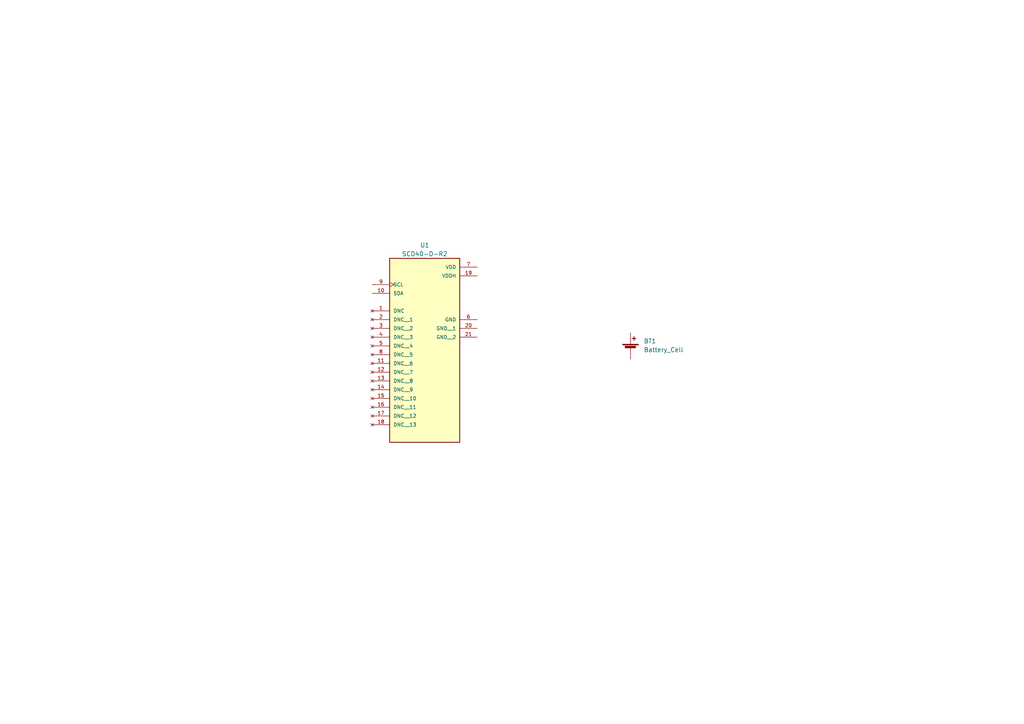
<source format=kicad_sch>
(kicad_sch (version 20230121) (generator eeschema)
  (paper "A4")
  (lib_symbols
    (symbol "Device:Battery_Cell" (pin_numbers hide) (pin_names (offset 0) hide)
      (property "Reference" "BT" (at 2.54 2.54 0))
      (property "Value" "Battery_Cell" (at 2.54 0 0))
      (symbol "Battery_Cell_0_1"
        (rectangle (start -2.286 1.778) (end 2.286 1.524) (fill (type outline)))
        (rectangle (start -1.5748 1.1938) (end 1.4732 0.6858) (fill (type outline)))
        (polyline (pts (xy 0 0.762) (xy 0 0)))
        (polyline (pts (xy 0 1.778) (xy 0 2.54)))
        (polyline (pts (xy 0.508 3.429) (xy 1.524 3.429)) (stroke (width 0.254)))
        (polyline (pts (xy 1.016 3.937) (xy 1.016 2.921)) (stroke (width 0.254)))
      )
      (symbol "Battery_Cell_1_1"
        (pin passive line (at 0 5.08 270) (length 2.54) (name "+") (number "1"))
        (pin passive line (at 0 -2.54 90) (length 2.54) (name "-") (number "2"))
      )
    )
    (symbol "SCD40-D-R2:SCD40-D-R2" (pin_names (offset 1.016))
      (property "Reference" "U" (at -10.16 11.176 0))
      (property "Value" "SCD40-D-R2" (at -10.16 -45.72 0))
      (symbol "SCD40-D-R2_0_0"
        (rectangle (start -10.16 -43.18) (end 10.16 10.16) (stroke (width 0.254)) (fill (type background)))
        (pin no_connect line (at -15.24 -5.08 0) (length 5.08) (name "DNC") (number "1"))
        (pin bidirectional line (at -15.24 0 0) (length 5.08) (name "SDA") (number "10"))
        (pin no_connect line (at -15.24 -20.32 0) (length 5.08) (name "DNC__6") (number "11"))
        (pin no_connect line (at -15.24 -22.86 0) (length 5.08) (name "DNC__7") (number "12"))
        (pin no_connect line (at -15.24 -25.4 0) (length 5.08) (name "DNC__8") (number "13"))
        (pin no_connect line (at -15.24 -27.94 0) (length 5.08) (name "DNC__9") (number "14"))
        (pin no_connect line (at -15.24 -30.48 0) (length 5.08) (name "DNC__10") (number "15"))
        (pin no_connect line (at -15.24 -33.02 0) (length 5.08) (name "DNC__11") (number "16"))
        (pin no_connect line (at -15.24 -35.56 0) (length 5.08) (name "DNC__12") (number "17"))
        (pin no_connect line (at -15.24 -38.1 0) (length 5.08) (name "DNC__13") (number "18"))
        (pin power_in line (at 15.24 5.08 180) (length 5.08) (name "VDDH") (number "19"))
        (pin no_connect line (at -15.24 -7.62 0) (length 5.08) (name "DNC__1") (number "2"))
        (pin power_in line (at 15.24 -10.16 180) (length 5.08) (name "GND__1") (number "20"))
        (pin power_in line (at 15.24 -12.7 180) (length 5.08) (name "GND__2") (number "21"))
        (pin no_connect line (at -15.24 -10.16 0) (length 5.08) (name "DNC__2") (number "3"))
        (pin no_connect line (at -15.24 -12.7 0) (length 5.08) (name "DNC__3") (number "4"))
        (pin no_connect line (at -15.24 -15.24 0) (length 5.08) (name "DNC__4") (number "5"))
        (pin power_in line (at 15.24 -7.62 180) (length 5.08) (name "GND") (number "6"))
        (pin power_in line (at 15.24 7.62 180) (length 5.08) (name "VDD") (number "7"))
        (pin no_connect line (at -15.24 -17.78 0) (length 5.08) (name "DNC__5") (number "8"))
        (pin input clock (at -15.24 2.54 0) (length 5.08) (name "SCL") (number "9"))
      )
    )
  )
  (symbol (lib_id "SCD40-D-R2:SCD40-D-R2") (at 123.19 85.09 0) (unit 1)
    (property "Reference" "U1" (at 123.19 71.12 0))
    (property "Value" "SCD40-D-R2" (at 123.19 73.66 0))
    (property "Footprint" "SCD40-D-R2:XDCR_SCD40-D-R2" (effects hide))
    (property "PARTREV" "1.2" (effects hide))
    (property "MANUFACTURER" "Sensirion" (effects hide))
    (property "SNAPEDA_PN" "SCD41-D-R2" (effects hide))
    (property "MAXIMUM_PACKAGE_HEIGHT" "6.8mm" (effects hide))
    (property "STANDARD" "Manufacturer Recommendations" (effects hide))
  )
  (symbol (lib_id "Device:Battery_Cell") (at 182.88 101.6 0) (unit 1)
    (property "Reference" "BT1" (at 186.69 98.933 0) (effects (justify left)))
    (property "Value" "Battery_Cell" (at 186.69 101.473 0) (effects (justify left)))
  )
)
</source>
